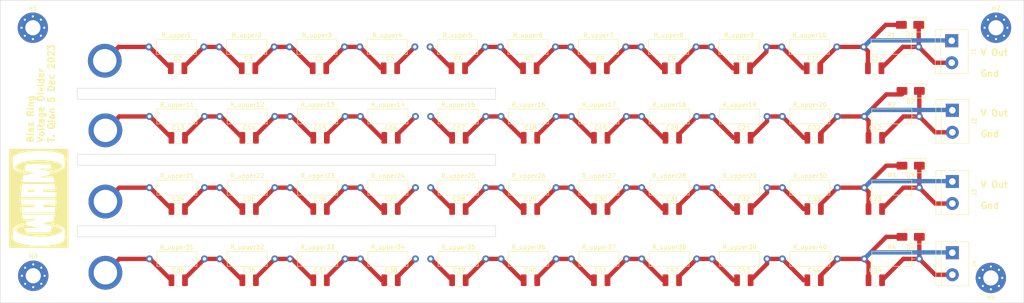
<source format=kicad_pcb>
(kicad_pcb (version 20221018) (generator pcbnew)

  (general
    (thickness 1.6)
  )

  (paper "A2")
  (layers
    (0 "F.Cu" signal)
    (31 "B.Cu" signal)
    (32 "B.Adhes" user "B.Adhesive")
    (33 "F.Adhes" user "F.Adhesive")
    (34 "B.Paste" user)
    (35 "F.Paste" user)
    (36 "B.SilkS" user "B.Silkscreen")
    (37 "F.SilkS" user "F.Silkscreen")
    (38 "B.Mask" user)
    (39 "F.Mask" user)
    (40 "Dwgs.User" user "User.Drawings")
    (41 "Cmts.User" user "User.Comments")
    (42 "Eco1.User" user "User.Eco1")
    (43 "Eco2.User" user "User.Eco2")
    (44 "Edge.Cuts" user)
    (45 "Margin" user)
    (46 "B.CrtYd" user "B.Courtyard")
    (47 "F.CrtYd" user "F.Courtyard")
    (48 "B.Fab" user)
    (49 "F.Fab" user)
    (50 "User.1" user)
    (51 "User.2" user)
    (52 "User.3" user)
    (53 "User.4" user)
    (54 "User.5" user)
    (55 "User.6" user)
    (56 "User.7" user)
    (57 "User.8" user)
    (58 "User.9" user)
  )

  (setup
    (pad_to_mask_clearance 0)
    (pcbplotparams
      (layerselection 0x00010fc_ffffffff)
      (plot_on_all_layers_selection 0x0000000_00000000)
      (disableapertmacros false)
      (usegerberextensions false)
      (usegerberattributes true)
      (usegerberadvancedattributes true)
      (creategerberjobfile true)
      (dashed_line_dash_ratio 12.000000)
      (dashed_line_gap_ratio 3.000000)
      (svgprecision 4)
      (plotframeref false)
      (viasonmask false)
      (mode 1)
      (useauxorigin false)
      (hpglpennumber 1)
      (hpglpenspeed 20)
      (hpglpendiameter 15.000000)
      (dxfpolygonmode true)
      (dxfimperialunits true)
      (dxfusepcbnewfont true)
      (psnegative false)
      (psa4output false)
      (plotreference true)
      (plotvalue true)
      (plotinvisibletext false)
      (sketchpadsonfab false)
      (subtractmaskfromsilk false)
      (outputformat 1)
      (mirror false)
      (drillshape 1)
      (scaleselection 1)
      (outputdirectory "")
    )
  )

  (net 0 "")
  (net 1 "V_out")
  (net 2 "Earth")
  (net 3 "V_in")
  (net 4 "Net-(C13-Pad2)")
  (net 5 "Net-(C14-Pad2)")
  (net 6 "Net-(C15-Pad2)")
  (net 7 "Net-(C16-Pad2)")
  (net 8 "Net-(C17-Pad2)")
  (net 9 "Net-(C18-Pad2)")
  (net 10 "Net-(C19-Pad2)")
  (net 11 "Net-(C20-Pad2)")
  (net 12 "Net-(C21-Pad2)")
  (net 13 "Net-(C24-Pad2)")
  (net 14 "Net-(C25-Pad2)")
  (net 15 "Net-(C26-Pad2)")
  (net 16 "Net-(C27-Pad2)")
  (net 17 "Net-(C28-Pad2)")
  (net 18 "Net-(C29-Pad2)")
  (net 19 "Net-(C30-Pad2)")
  (net 20 "Net-(C31-Pad2)")
  (net 21 "Net-(C32-Pad2)")
  (net 22 "Net-(C35-Pad2)")
  (net 23 "Net-(C36-Pad2)")
  (net 24 "Net-(C37-Pad2)")
  (net 25 "Net-(C38-Pad2)")
  (net 26 "Net-(C39-Pad2)")
  (net 27 "Net-(C40-Pad2)")
  (net 28 "Net-(C41-Pad2)")
  (net 29 "Net-(C42-Pad2)")
  (net 30 "Net-(C43-Pad2)")
  (net 31 "Net-(C2-Pad2)")
  (net 32 "Net-(C3-Pad2)")
  (net 33 "Net-(C4-Pad2)")
  (net 34 "Net-(C5-Pad2)")
  (net 35 "Net-(C6-Pad2)")
  (net 36 "Net-(C7-Pad2)")
  (net 37 "Net-(C8-Pad2)")
  (net 38 "Net-(C10-Pad1)")
  (net 39 "Net-(C10-Pad2)")

  (footprint "Capacitor_SMD:C_1210_3225Metric_Pad1.33x2.70mm_HandSolder" (layer "F.Cu") (at 147.753615 58.42))

  (footprint "Capacitor_SMD:C_1210_3225Metric_Pad1.33x2.70mm_HandSolder" (layer "F.Cu") (at 147.753615 74.853888))

  (footprint "Capacitor_SMD:C_1210_3225Metric_Pad1.33x2.70mm_HandSolder" (layer "F.Cu") (at 213.208615 91.287776))

  (footprint "Resistor_THT:R_Axial_DIN0309_L9.0mm_D3.2mm_P12.70mm_Horizontal" (layer "F.Cu") (at 189.653331 69.926112))

  (footprint "Capacitor_SMD:C_1210_3225Metric_Pad1.33x2.70mm_HandSolder" (layer "F.Cu") (at 66.473615 58.42))

  (footprint "TerminalBlock:TerminalBlock_bornier-2_P5.08mm" (layer "F.Cu") (at 245.11 52.07 -90))

  (footprint "Resistor_THT:R_Axial_DIN0309_L9.0mm_D3.2mm_P12.70mm_Horizontal" (layer "F.Cu") (at 224.79 86.36))

  (footprint "Capacitor_SMD:C_1210_3225Metric_Pad1.33x2.70mm_HandSolder" (layer "F.Cu") (at 196.85 42.366664))

  (footprint "Capacitor_SMD:C_1210_3225Metric_Pad1.33x2.70mm_HandSolder" (layer "F.Cu") (at 196.991115 91.287776))

  (footprint "Capacitor_SMD:C_1210_3225Metric_Pad1.33x2.70mm_HandSolder" (layer "F.Cu") (at 99.211391 91.287776))

  (footprint "Resistor_THT:R_Axial_DIN0309_L9.0mm_D3.2mm_P12.70mm_Horizontal" (layer "F.Cu") (at 189.653331 53.492224))

  (footprint "Capacitor_SMD:C_1210_3225Metric_Pad1.33x2.70mm_HandSolder" (layer "F.Cu") (at 163.971115 74.853888))

  (footprint "MountingHole:MountingHole_3.5mm_Pad_Via" (layer "F.Cu") (at 255.185 33.02))

  (footprint "Capacitor_SMD:C_1210_3225Metric_Pad1.33x2.70mm_HandSolder" (layer "F.Cu") (at 180.34 42.366664))

  (footprint "Resistor_THT:R_Axial_DIN0309_L9.0mm_D3.2mm_P12.70mm_Horizontal" (layer "F.Cu") (at 59.831115 86.36))

  (footprint "Capacitor_SMD:C_1210_3225Metric_Pad1.33x2.70mm_HandSolder" (layer "F.Cu") (at 99.211391 58.42))

  (footprint "MountingHole:My_Mount_Pad" (layer "F.Cu") (at 49.53 40.64))

  (footprint "Resistor_THT:R_Axial_DIN0309_L9.0mm_D3.2mm_P12.70mm_Horizontal" (layer "F.Cu") (at 157.197777 69.926112))

  (footprint "Resistor_THT:R_Axial_DIN0309_L9.0mm_D3.2mm_P12.70mm_Horizontal" (layer "F.Cu") (at 173.425554 69.926112))

  (footprint "Resistor_THT:R_Axial_DIN0309_L9.0mm_D3.2mm_P12.70mm_Horizontal" (layer "F.Cu") (at 140.828885 37.438888))

  (footprint "Capacitor_SMD:C_1210_3225Metric_Pad1.33x2.70mm_HandSolder" (layer "F.Cu") (at 213.0675 42.366664))

  (footprint "Capacitor_SMD:C_1210_3225Metric_Pad1.33x2.70mm_HandSolder" (layer "F.Cu") (at 227.33 74.853888))

  (footprint "Capacitor_SMD:C_1210_3225Metric_Pad1.33x2.70mm_HandSolder" (layer "F.Cu") (at 82.842503 74.853888))

  (footprint "TerminalBlock:TerminalBlock_bornier-2_P5.08mm" (layer "F.Cu") (at 245.11 68.503888 -90))

  (footprint "MountingHole:MountingHole_3.5mm_Pad_Via" (layer "F.Cu") (at 32.935 33.02))

  (footprint "Resistor_THT:R_Axial_DIN0309_L9.0mm_D3.2mm_P12.70mm_Horizontal" (layer "F.Cu") (at 224.648885 37.438888))

  (footprint "Capacitor_SMD:C_1210_3225Metric_Pad1.33x2.70mm_HandSolder" (layer "F.Cu") (at 115.439164 42.366664))

  (footprint "Resistor_THT:R_Axial_DIN0309_L9.0mm_D3.2mm_P12.70mm_Horizontal" (layer "F.Cu") (at 205.881115 86.36))

  (footprint "Resistor_THT:R_Axial_DIN0309_L9.0mm_D3.2mm_P12.70mm_Horizontal" (layer "F.Cu") (at 157.197777 53.492224))

  (footprint "Resistor_THT:R_Axial_DIN0309_L9.0mm_D3.2mm_P12.70mm_Horizontal" (layer "F.Cu") (at 140.97 53.492224))

  (footprint "Capacitor_SMD:C_1210_3225Metric_Pad1.33x2.70mm_HandSolder" (layer "F.Cu") (at 99.211391 74.853888))

  (footprint "MountingHole:My_Mount_Pad" (layer "F.Cu") (at 49.671115 73.127224))

  (footprint "Resistor_THT:R_Axial_DIN0309_L9.0mm_D3.2mm_P12.70mm_Horizontal" (layer "F.Cu") (at 205.881115 53.492224))

  (footprint "Capacitor_SMD:C_1210_3225Metric_Pad1.33x2.70mm_HandSolder" (layer "F.Cu") (at 82.842503 58.42))

  (footprint "Capacitor_SMD:C_1210_3225Metric_Pad1.33x2.70mm_HandSolder" (layer "F.Cu") (at 163.971115 91.287776))

  (footprint "Capacitor_SMD:C_1210_3225Metric_Pad1.33x2.70mm_HandSolder" (layer "F.Cu") (at 131.243615 58.42))

  (footprint "Resistor_THT:R_Axial_DIN0309_L9.0mm_D3.2mm_P12.70mm_Horizontal" (layer "F.Cu") (at 108.514446 69.926112))

  (footprint "Diode_SMD:D_SMA" (layer "F.Cu") (at 235.49 47.598888 180))

  (footprint "Capacitor_SMD:C_1210_3225Metric_Pad1.33x2.70mm_HandSolder" (layer "F.Cu") (at 115.580279 91.287776))

  (footprint "Resistor_THT:R_Axial_DIN0309_L9.0mm_D3.2mm_P12.70mm_Horizontal" (layer "F.Cu") (at 205.74 37.438888))

  (footprint "Capacitor_SMD:C_1210_3225Metric_Pad1.33x2.70mm_HandSolder" (layer "F.Cu") (at 66.473615 74.853888))

  (footprint "Resistor_THT:R_Axial_DIN0309_L9.0mm_D3.2mm_P12.70mm_Horizontal" (layer "F.Cu") (at 76.058892 86.36))

  (footprint "Resistor_THT:R_Axial_DIN0309_L9.0mm_D3.2mm_P12.70mm_Horizontal" (layer "F.Cu") (at 124.742223 69.926112))

  (footprint "Resistor_THT:R_Axial_DIN0309_L9.0mm_D3.2mm_P12.70mm_Horizontal" (layer "F.Cu") (at 124.601108 37.438888))

  (footprint "Capacitor_SMD:C_1210_3225Metric_Pad1.33x2.70mm_HandSolder" (layer "F.Cu") (at 131.1025 42.366664))

  (footprint "Capacitor_SMD:C_1210_3225Metric_Pad1.33x2.70mm_HandSolder" (layer "F.Cu") (at 147.6125 42.366664))

  (footprint "Capacitor_SMD:C_1210_3225Metric_Pad1.33x2.70mm_HandSolder" (layer "F.Cu") (at 180.481115 74.853888))

  (footprint "Resistor_THT:R_Axial_DIN0309_L9.0mm_D3.2mm_P12.70mm_Horizontal" (layer "F.Cu") (at 173.284439 37.438888))

  (footprint "Resistor_THT:R_Axial_DIN0309_L9.0mm_D3.2mm_P12.70mm_Horizontal" (layer "F.Cu") (at 108.514446 86.36))

  (footprint "Resistor_THT:R_Axial_DIN0309_L9.0mm_D3.2mm_P12.70mm_Horizontal" (layer "F.Cu") (at 173.425554 86.36))

  (footprint "Resistor_THT:R_Axial_DIN0309_L9.0mm_D3.2mm_P12.70mm_Horizontal" (layer "F.Cu") (at 173.425554 53.492224))

  (footprint "Capacitor_SMD:C_1210_3225Metric_Pad1.33x2.70mm_HandSolder" (layer "F.Cu")
    (tstamp 7c9db793-910e-4b40-95c7-09d6b1015af6)
    (at 180.481115 58.42)
    (descr "Capacitor SMD 1210 (3225 Metric), square (rectangular) end terminal, IPC_7351 nominal with elongated pad for handsoldering. (Body size source: IPC-SM-782 page 76, https://www.pcb-3d.com/wordpress/wp-content/uploads/ipc-sm-782a_amendment_1_and_2.pdf), generated with kicad-footprint-generator")
    (tags "capacitor handsolder")
    (property "Sheetfile" "/Users/tqian/Documents/Fusion/WHAM/Wham-Experiment/Wham-Bias/Bias Voltage Divider/Bias-VD-v2/Bias-VD-v2.kicad_sch")
    (property "Sheetname" "single_divider1")
    (property "ki_description" "Unpolarized capacitor")
    (property "ki_keywords" "cap capacitor")
    (path "/6de57c67-d828-4965-acd7-43990edf482a/b35abcc7-5069-4054-bf71-4153af0bb088")
    (attr smd)
    (fp_text reference "C20" (at 0 -2.3) (layer "F.SilkS")
        (effects (font (size 1 1) (thickness 0.15)))
      (tstamp a977f08b-e68f-446e-b684-ccc6f32a010d)
    )
    (fp_text value "100 pF" (at 0 2.3) (layer "F.Fab")
        (effects (font (size 1 1) (thickness 0.15)))
      (tstamp 4662c769-7281-43b2-88e7-c53260d6ef2e)
    )
    (fp_text user "${REFERENCE}" (at 0 0) (layer "F.Fab")
        (effects (font (size 0.8 0.8) (thickness 0.12)))
      (tstamp 6bd628c7-a441-4406-bca2-b761f44f3ba6)
    )
    (fp_line (start -0.711252 -1.36) (end 0.711252 -1.36)
      (stroke (width 0.12) (type solid)) (layer "F.SilkS") (tstamp 90551909-4b26-45b4-a695-0ecae6235e86))
    (fp_line (start -0.711252 1.36) (end 0.711252 1.36)
      (stroke (width 0.12) (type solid)) (layer "F.SilkS") (tstamp 316d0f69-4c84-43fc-b034-c3adbed14071))
    (fp_line (start -2.48 -1.6) (end 2.48 -1.6)
      (stroke (width 0.05) (type solid)) (layer "F.CrtYd") (tstamp f5ad0c71-f52f-4dbe-aba2-89f4efdb3d45))
    (fp_line (start -2.48 1.6) (end -2.48 -1.6)
      (stroke (width 0.05) (type solid)) (layer "F.CrtYd") (tstamp 6a528b06-32f9-49c5-830d-9c87b32c35af))
    (fp_line (start 2.48 -1.6) (end 2.48 1.6)
      (stroke (width 0.05) (type solid)) (layer "F.CrtYd") (tstamp 310539d2-d6bd-4383-a50e-bc44b8bd626c))
    (fp_line (start 2.48 1.6) (end -2.48 1.6)
      (stroke (width 0.05) (type solid)) (layer "F.CrtYd") (tstamp 95a3ea9c-49e4-4a0f-894a-baf249f88970))
    (fp_line (start -1.6 -1.25) (end 1.6 -1.25)
      (stroke (width 0.1) (type solid)) (layer "F.Fab") (tstamp 37103fd8-0b44-4bc7-8ba7-0af292e375fe))
    (fp_line (start -1.6 1.25) (end -1.6 -1.25)
      (stroke (width 0.1) (type solid)) (layer "F.Fab") (tstamp 1afb9365-87e0-496d-83c5-f271d94d74f9))
    (fp_line (start 1.6 -1.25) (end 1.6 1.25)
      (stroke (width 0.1)
... [261397 chars truncated]
</source>
